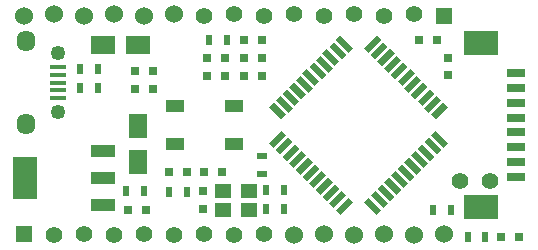
<source format=gbr>
G04 #@! TF.FileFunction,Soldermask,Top*
%FSLAX46Y46*%
G04 Gerber Fmt 4.6, Leading zero omitted, Abs format (unit mm)*
G04 Created by KiCad (PCBNEW 4.0.4+dfsg1-stable) date Sat Jan 21 21:23:35 2017*
%MOMM*%
%LPD*%
G01*
G04 APERTURE LIST*
%ADD10C,0.100000*%
%ADD11C,1.397000*%
%ADD12R,0.500000X0.900000*%
%ADD13R,0.797560X0.797560*%
%ADD14R,0.800000X0.750000*%
%ADD15R,0.750000X0.800000*%
%ADD16R,2.148840X1.501140*%
%ADD17R,1.501140X2.148840*%
%ADD18R,1.350000X0.400000*%
%ADD19O,1.250000X1.250000*%
%ADD20O,1.550000X1.800000*%
%ADD21R,1.600000X1.000000*%
%ADD22R,1.600000X0.800000*%
%ADD23R,3.000000X2.100000*%
%ADD24R,1.397000X1.397000*%
%ADD25C,1.524000*%
%ADD26R,0.900000X0.500000*%
%ADD27R,2.032000X3.657600*%
%ADD28R,2.032000X1.016000*%
%ADD29R,1.400000X1.200000*%
G04 APERTURE END LIST*
D10*
D11*
X90770000Y-65200000D03*
X88230000Y-65200000D03*
D12*
X90350000Y-69950000D03*
X88850000Y-69950000D03*
D13*
X91650700Y-69950000D03*
X93149300Y-69950000D03*
D14*
X71400000Y-54800000D03*
X69900000Y-54800000D03*
D15*
X66450000Y-67600000D03*
X66450000Y-66100000D03*
D14*
X68050000Y-64500000D03*
X66550000Y-64500000D03*
D16*
X60951140Y-53700000D03*
X57948860Y-53700000D03*
D14*
X86250000Y-53300000D03*
X84750000Y-53300000D03*
X65050000Y-64500000D03*
X63550000Y-64500000D03*
D15*
X87150000Y-54800000D03*
X87150000Y-56300000D03*
D17*
X60950000Y-63601140D03*
X60950000Y-60598860D03*
D14*
X69900000Y-53300000D03*
X71400000Y-53300000D03*
X71400000Y-56350000D03*
X69900000Y-56350000D03*
X66800000Y-56350000D03*
X68300000Y-56350000D03*
X61600000Y-67650000D03*
X60100000Y-67650000D03*
X60700000Y-55900000D03*
X62200000Y-55900000D03*
X62200000Y-57450000D03*
X60700000Y-57450000D03*
X68300000Y-54850000D03*
X66800000Y-54850000D03*
D18*
X54162540Y-55599100D03*
X54162540Y-56249100D03*
X54162540Y-56899100D03*
X54162540Y-57549100D03*
X54162540Y-58199100D03*
D19*
X54162540Y-54399100D03*
X54162540Y-59399100D03*
D20*
X51462540Y-53399100D03*
X51462540Y-60399100D03*
D21*
X69100000Y-62100000D03*
X69100000Y-58900000D03*
X64100000Y-62100000D03*
X64100000Y-58900000D03*
D22*
X92900000Y-56125000D03*
X92900000Y-57375000D03*
X92900000Y-58625000D03*
X92900000Y-59875000D03*
X92900000Y-61125000D03*
X92900000Y-62375000D03*
X92900000Y-63625000D03*
X92900000Y-64875000D03*
D23*
X90000000Y-53575000D03*
X90000000Y-67425000D03*
D11*
X81780000Y-51260960D03*
X79240000Y-51139040D03*
X76700000Y-51260960D03*
X74160000Y-51139040D03*
X71620000Y-51260960D03*
X84320000Y-51139040D03*
X69080000Y-51139040D03*
D24*
X86860000Y-51260960D03*
D11*
X66540000Y-51260960D03*
D25*
X64000000Y-51139040D03*
X61460000Y-51260960D03*
X58920000Y-51139040D03*
X56380000Y-51260960D03*
X53840000Y-51139040D03*
X51300000Y-51260960D03*
D11*
X56320000Y-69689040D03*
X58860000Y-69810960D03*
X61400000Y-69689040D03*
X63940000Y-69810960D03*
X66480000Y-69689040D03*
X53780000Y-69810960D03*
X69020000Y-69810960D03*
D24*
X51240000Y-69689040D03*
D11*
X71560000Y-69689040D03*
D25*
X74100000Y-69810960D03*
X76640000Y-69689040D03*
X79180000Y-69810960D03*
X81720000Y-69689040D03*
X84260000Y-69810960D03*
X86800000Y-69689040D03*
D26*
X71400000Y-63150000D03*
X71400000Y-64650000D03*
D12*
X57550000Y-57350000D03*
X56050000Y-57350000D03*
X57550000Y-55750000D03*
X56050000Y-55750000D03*
X65050000Y-66200000D03*
X63550000Y-66200000D03*
X71800000Y-67600000D03*
X73300000Y-67600000D03*
X71800000Y-66000000D03*
X73300000Y-66000000D03*
X85950000Y-67650000D03*
X87450000Y-67650000D03*
X61450000Y-66100000D03*
X59950000Y-66100000D03*
X66950000Y-53300000D03*
X68450000Y-53300000D03*
D10*
G36*
X77673134Y-53305188D02*
X78062042Y-52916280D01*
X79122702Y-53976940D01*
X78733794Y-54365848D01*
X77673134Y-53305188D01*
X77673134Y-53305188D01*
G37*
G36*
X77107449Y-53870874D02*
X77496357Y-53481966D01*
X78557017Y-54542626D01*
X78168109Y-54931534D01*
X77107449Y-53870874D01*
X77107449Y-53870874D01*
G37*
G36*
X76541764Y-54436559D02*
X76930672Y-54047651D01*
X77991332Y-55108311D01*
X77602424Y-55497219D01*
X76541764Y-54436559D01*
X76541764Y-54436559D01*
G37*
G36*
X75976078Y-55002244D02*
X76364986Y-54613336D01*
X77425646Y-55673996D01*
X77036738Y-56062904D01*
X75976078Y-55002244D01*
X75976078Y-55002244D01*
G37*
G36*
X75410393Y-55567930D02*
X75799301Y-55179022D01*
X76859961Y-56239682D01*
X76471053Y-56628590D01*
X75410393Y-55567930D01*
X75410393Y-55567930D01*
G37*
G36*
X74844707Y-56133615D02*
X75233615Y-55744707D01*
X76294275Y-56805367D01*
X75905367Y-57194275D01*
X74844707Y-56133615D01*
X74844707Y-56133615D01*
G37*
G36*
X74279022Y-56699301D02*
X74667930Y-56310393D01*
X75728590Y-57371053D01*
X75339682Y-57759961D01*
X74279022Y-56699301D01*
X74279022Y-56699301D01*
G37*
G36*
X73713336Y-57264986D02*
X74102244Y-56876078D01*
X75162904Y-57936738D01*
X74773996Y-58325646D01*
X73713336Y-57264986D01*
X73713336Y-57264986D01*
G37*
G36*
X73147651Y-57830672D02*
X73536559Y-57441764D01*
X74597219Y-58502424D01*
X74208311Y-58891332D01*
X73147651Y-57830672D01*
X73147651Y-57830672D01*
G37*
G36*
X72581966Y-58396357D02*
X72970874Y-58007449D01*
X74031534Y-59068109D01*
X73642626Y-59457017D01*
X72581966Y-58396357D01*
X72581966Y-58396357D01*
G37*
G36*
X72016280Y-58962042D02*
X72405188Y-58573134D01*
X73465848Y-59633794D01*
X73076940Y-60022702D01*
X72016280Y-58962042D01*
X72016280Y-58962042D01*
G37*
G36*
X72405188Y-62426866D02*
X72016280Y-62037958D01*
X73076940Y-60977298D01*
X73465848Y-61366206D01*
X72405188Y-62426866D01*
X72405188Y-62426866D01*
G37*
G36*
X72970874Y-62992551D02*
X72581966Y-62603643D01*
X73642626Y-61542983D01*
X74031534Y-61931891D01*
X72970874Y-62992551D01*
X72970874Y-62992551D01*
G37*
G36*
X73536559Y-63558236D02*
X73147651Y-63169328D01*
X74208311Y-62108668D01*
X74597219Y-62497576D01*
X73536559Y-63558236D01*
X73536559Y-63558236D01*
G37*
G36*
X74102244Y-64123922D02*
X73713336Y-63735014D01*
X74773996Y-62674354D01*
X75162904Y-63063262D01*
X74102244Y-64123922D01*
X74102244Y-64123922D01*
G37*
G36*
X74667930Y-64689607D02*
X74279022Y-64300699D01*
X75339682Y-63240039D01*
X75728590Y-63628947D01*
X74667930Y-64689607D01*
X74667930Y-64689607D01*
G37*
G36*
X75233615Y-65255293D02*
X74844707Y-64866385D01*
X75905367Y-63805725D01*
X76294275Y-64194633D01*
X75233615Y-65255293D01*
X75233615Y-65255293D01*
G37*
G36*
X75799301Y-65820978D02*
X75410393Y-65432070D01*
X76471053Y-64371410D01*
X76859961Y-64760318D01*
X75799301Y-65820978D01*
X75799301Y-65820978D01*
G37*
G36*
X76364986Y-66386664D02*
X75976078Y-65997756D01*
X77036738Y-64937096D01*
X77425646Y-65326004D01*
X76364986Y-66386664D01*
X76364986Y-66386664D01*
G37*
G36*
X76930672Y-66952349D02*
X76541764Y-66563441D01*
X77602424Y-65502781D01*
X77991332Y-65891689D01*
X76930672Y-66952349D01*
X76930672Y-66952349D01*
G37*
G36*
X77496357Y-67518034D02*
X77107449Y-67129126D01*
X78168109Y-66068466D01*
X78557017Y-66457374D01*
X77496357Y-67518034D01*
X77496357Y-67518034D01*
G37*
G36*
X78062042Y-68083720D02*
X77673134Y-67694812D01*
X78733794Y-66634152D01*
X79122702Y-67023060D01*
X78062042Y-68083720D01*
X78062042Y-68083720D01*
G37*
G36*
X80077298Y-67023060D02*
X80466206Y-66634152D01*
X81526866Y-67694812D01*
X81137958Y-68083720D01*
X80077298Y-67023060D01*
X80077298Y-67023060D01*
G37*
G36*
X80642983Y-66457374D02*
X81031891Y-66068466D01*
X82092551Y-67129126D01*
X81703643Y-67518034D01*
X80642983Y-66457374D01*
X80642983Y-66457374D01*
G37*
G36*
X81208668Y-65891689D02*
X81597576Y-65502781D01*
X82658236Y-66563441D01*
X82269328Y-66952349D01*
X81208668Y-65891689D01*
X81208668Y-65891689D01*
G37*
G36*
X81774354Y-65326004D02*
X82163262Y-64937096D01*
X83223922Y-65997756D01*
X82835014Y-66386664D01*
X81774354Y-65326004D01*
X81774354Y-65326004D01*
G37*
G36*
X82340039Y-64760318D02*
X82728947Y-64371410D01*
X83789607Y-65432070D01*
X83400699Y-65820978D01*
X82340039Y-64760318D01*
X82340039Y-64760318D01*
G37*
G36*
X82905725Y-64194633D02*
X83294633Y-63805725D01*
X84355293Y-64866385D01*
X83966385Y-65255293D01*
X82905725Y-64194633D01*
X82905725Y-64194633D01*
G37*
G36*
X83471410Y-63628947D02*
X83860318Y-63240039D01*
X84920978Y-64300699D01*
X84532070Y-64689607D01*
X83471410Y-63628947D01*
X83471410Y-63628947D01*
G37*
G36*
X84037096Y-63063262D02*
X84426004Y-62674354D01*
X85486664Y-63735014D01*
X85097756Y-64123922D01*
X84037096Y-63063262D01*
X84037096Y-63063262D01*
G37*
G36*
X84602781Y-62497576D02*
X84991689Y-62108668D01*
X86052349Y-63169328D01*
X85663441Y-63558236D01*
X84602781Y-62497576D01*
X84602781Y-62497576D01*
G37*
G36*
X85168466Y-61931891D02*
X85557374Y-61542983D01*
X86618034Y-62603643D01*
X86229126Y-62992551D01*
X85168466Y-61931891D01*
X85168466Y-61931891D01*
G37*
G36*
X85734152Y-61366206D02*
X86123060Y-60977298D01*
X87183720Y-62037958D01*
X86794812Y-62426866D01*
X85734152Y-61366206D01*
X85734152Y-61366206D01*
G37*
G36*
X86123060Y-60022702D02*
X85734152Y-59633794D01*
X86794812Y-58573134D01*
X87183720Y-58962042D01*
X86123060Y-60022702D01*
X86123060Y-60022702D01*
G37*
G36*
X85557374Y-59457017D02*
X85168466Y-59068109D01*
X86229126Y-58007449D01*
X86618034Y-58396357D01*
X85557374Y-59457017D01*
X85557374Y-59457017D01*
G37*
G36*
X84991689Y-58891332D02*
X84602781Y-58502424D01*
X85663441Y-57441764D01*
X86052349Y-57830672D01*
X84991689Y-58891332D01*
X84991689Y-58891332D01*
G37*
G36*
X84426004Y-58325646D02*
X84037096Y-57936738D01*
X85097756Y-56876078D01*
X85486664Y-57264986D01*
X84426004Y-58325646D01*
X84426004Y-58325646D01*
G37*
G36*
X83860318Y-57759961D02*
X83471410Y-57371053D01*
X84532070Y-56310393D01*
X84920978Y-56699301D01*
X83860318Y-57759961D01*
X83860318Y-57759961D01*
G37*
G36*
X83294633Y-57194275D02*
X82905725Y-56805367D01*
X83966385Y-55744707D01*
X84355293Y-56133615D01*
X83294633Y-57194275D01*
X83294633Y-57194275D01*
G37*
G36*
X82728947Y-56628590D02*
X82340039Y-56239682D01*
X83400699Y-55179022D01*
X83789607Y-55567930D01*
X82728947Y-56628590D01*
X82728947Y-56628590D01*
G37*
G36*
X82163262Y-56062904D02*
X81774354Y-55673996D01*
X82835014Y-54613336D01*
X83223922Y-55002244D01*
X82163262Y-56062904D01*
X82163262Y-56062904D01*
G37*
G36*
X81597576Y-55497219D02*
X81208668Y-55108311D01*
X82269328Y-54047651D01*
X82658236Y-54436559D01*
X81597576Y-55497219D01*
X81597576Y-55497219D01*
G37*
G36*
X81031891Y-54931534D02*
X80642983Y-54542626D01*
X81703643Y-53481966D01*
X82092551Y-53870874D01*
X81031891Y-54931534D01*
X81031891Y-54931534D01*
G37*
G36*
X80466206Y-54365848D02*
X80077298Y-53976940D01*
X81137958Y-52916280D01*
X81526866Y-53305188D01*
X80466206Y-54365848D01*
X80466206Y-54365848D01*
G37*
D27*
X51348000Y-64950000D03*
D28*
X57952000Y-64950000D03*
X57952000Y-62664000D03*
X57952000Y-67236000D03*
D29*
X68100000Y-67650000D03*
X70300000Y-67650000D03*
X68100000Y-66050000D03*
X70300000Y-66050000D03*
M02*

</source>
